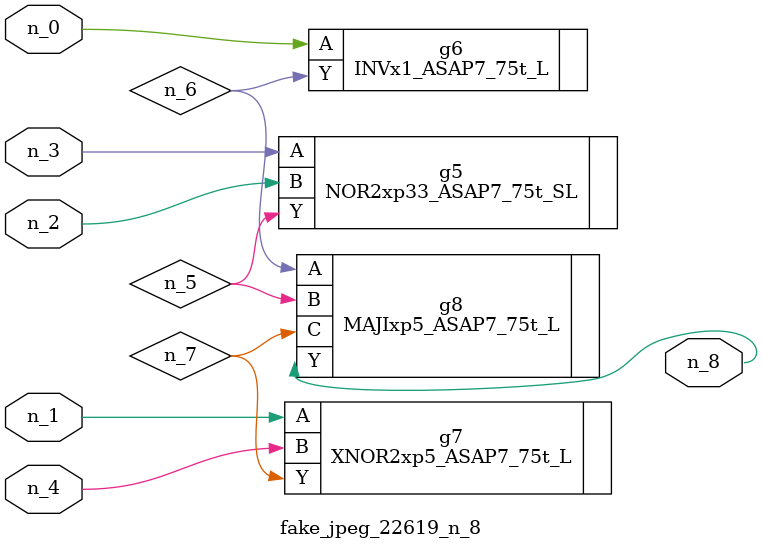
<source format=v>
module fake_jpeg_22619_n_8 (n_3, n_2, n_1, n_0, n_4, n_8);

input n_3;
input n_2;
input n_1;
input n_0;
input n_4;

output n_8;

wire n_6;
wire n_5;
wire n_7;

NOR2xp33_ASAP7_75t_SL g5 ( 
.A(n_3),
.B(n_2),
.Y(n_5)
);

INVx1_ASAP7_75t_L g6 ( 
.A(n_0),
.Y(n_6)
);

XNOR2xp5_ASAP7_75t_L g7 ( 
.A(n_1),
.B(n_4),
.Y(n_7)
);

MAJIxp5_ASAP7_75t_L g8 ( 
.A(n_6),
.B(n_5),
.C(n_7),
.Y(n_8)
);


endmodule
</source>
